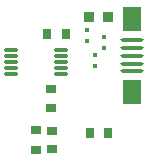
<source format=gbr>
%TF.GenerationSoftware,Altium Limited,Altium Designer,20.1.8 (145)*%
G04 Layer_Color=15254943*
%FSLAX45Y45*%
%MOMM*%
%TF.SameCoordinates,69C50D53-9BFA-4F85-B750-FB8D41B2BBF4*%
%TF.FilePolarity,Positive*%
%TF.FileFunction,Paste,Bot*%
%TF.Part,Single*%
G01*
G75*
%TA.AperFunction,SMDPad,CuDef*%
G04:AMPARAMS|DCode=16|XSize=0.35mm|YSize=2mm|CornerRadius=0.175mm|HoleSize=0mm|Usage=FLASHONLY|Rotation=270.000|XOffset=0mm|YOffset=0mm|HoleType=Round|Shape=RoundedRectangle|*
%AMROUNDEDRECTD16*
21,1,0.35000,1.65000,0,0,270.0*
21,1,0.00000,2.00000,0,0,270.0*
1,1,0.35000,-0.82500,0.00000*
1,1,0.35000,-0.82500,0.00000*
1,1,0.35000,0.82500,0.00000*
1,1,0.35000,0.82500,0.00000*
%
%ADD16ROUNDEDRECTD16*%
G04:AMPARAMS|DCode=17|XSize=2.1mm|YSize=1.6mm|CornerRadius=0.008mm|HoleSize=0mm|Usage=FLASHONLY|Rotation=270.000|XOffset=0mm|YOffset=0mm|HoleType=Round|Shape=RoundedRectangle|*
%AMROUNDEDRECTD17*
21,1,2.10000,1.58400,0,0,270.0*
21,1,2.08400,1.60000,0,0,270.0*
1,1,0.01600,-0.79200,-1.04200*
1,1,0.01600,-0.79200,1.04200*
1,1,0.01600,0.79200,1.04200*
1,1,0.01600,0.79200,-1.04200*
%
%ADD17ROUNDEDRECTD17*%
G04:AMPARAMS|DCode=18|XSize=0.3mm|YSize=0.4mm|CornerRadius=0.0015mm|HoleSize=0mm|Usage=FLASHONLY|Rotation=180.000|XOffset=0mm|YOffset=0mm|HoleType=Round|Shape=RoundedRectangle|*
%AMROUNDEDRECTD18*
21,1,0.30000,0.39700,0,0,180.0*
21,1,0.29700,0.40000,0,0,180.0*
1,1,0.00300,-0.14850,0.19850*
1,1,0.00300,0.14850,0.19850*
1,1,0.00300,0.14850,-0.19850*
1,1,0.00300,-0.14850,-0.19850*
%
%ADD18ROUNDEDRECTD18*%
G04:AMPARAMS|DCode=19|XSize=0.8mm|YSize=0.7mm|CornerRadius=0.0035mm|HoleSize=0mm|Usage=FLASHONLY|Rotation=0.000|XOffset=0mm|YOffset=0mm|HoleType=Round|Shape=RoundedRectangle|*
%AMROUNDEDRECTD19*
21,1,0.80000,0.69300,0,0,0.0*
21,1,0.79300,0.70000,0,0,0.0*
1,1,0.00700,0.39650,-0.34650*
1,1,0.00700,-0.39650,-0.34650*
1,1,0.00700,-0.39650,0.34650*
1,1,0.00700,0.39650,0.34650*
%
%ADD19ROUNDEDRECTD19*%
G04:AMPARAMS|DCode=20|XSize=0.85mm|YSize=0.75mm|CornerRadius=0.00375mm|HoleSize=0mm|Usage=FLASHONLY|Rotation=0.000|XOffset=0mm|YOffset=0mm|HoleType=Round|Shape=RoundedRectangle|*
%AMROUNDEDRECTD20*
21,1,0.85000,0.74250,0,0,0.0*
21,1,0.84250,0.75000,0,0,0.0*
1,1,0.00750,0.42125,-0.37125*
1,1,0.00750,-0.42125,-0.37125*
1,1,0.00750,-0.42125,0.37125*
1,1,0.00750,0.42125,0.37125*
%
%ADD20ROUNDEDRECTD20*%
G04:AMPARAMS|DCode=21|XSize=0.8mm|YSize=0.8mm|CornerRadius=0.004mm|HoleSize=0mm|Usage=FLASHONLY|Rotation=180.000|XOffset=0mm|YOffset=0mm|HoleType=Round|Shape=RoundedRectangle|*
%AMROUNDEDRECTD21*
21,1,0.80000,0.79200,0,0,180.0*
21,1,0.79200,0.80000,0,0,180.0*
1,1,0.00800,-0.39600,0.39600*
1,1,0.00800,0.39600,0.39600*
1,1,0.00800,0.39600,-0.39600*
1,1,0.00800,-0.39600,-0.39600*
%
%ADD21ROUNDEDRECTD21*%
%ADD22O,1.25000X0.30000*%
G04:AMPARAMS|DCode=23|XSize=0.85mm|YSize=0.75mm|CornerRadius=0.00375mm|HoleSize=0mm|Usage=FLASHONLY|Rotation=90.000|XOffset=0mm|YOffset=0mm|HoleType=Round|Shape=RoundedRectangle|*
%AMROUNDEDRECTD23*
21,1,0.85000,0.74250,0,0,90.0*
21,1,0.84250,0.75000,0,0,90.0*
1,1,0.00750,0.37125,0.42125*
1,1,0.00750,0.37125,-0.42125*
1,1,0.00750,-0.37125,-0.42125*
1,1,0.00750,-0.37125,0.42125*
%
%ADD23ROUNDEDRECTD23*%
G04:AMPARAMS|DCode=24|XSize=0.8mm|YSize=0.7mm|CornerRadius=0.0035mm|HoleSize=0mm|Usage=FLASHONLY|Rotation=90.000|XOffset=0mm|YOffset=0mm|HoleType=Round|Shape=RoundedRectangle|*
%AMROUNDEDRECTD24*
21,1,0.80000,0.69300,0,0,90.0*
21,1,0.79300,0.70000,0,0,90.0*
1,1,0.00700,0.34650,0.39650*
1,1,0.00700,0.34650,-0.39650*
1,1,0.00700,-0.34650,-0.39650*
1,1,0.00700,-0.34650,0.39650*
%
%ADD24ROUNDEDRECTD24*%
D16*
X1485512Y1197022D02*
D03*
Y1262022D02*
D03*
Y1132022D02*
D03*
Y1067022D02*
D03*
Y1002022D02*
D03*
D17*
X1493012Y1442022D02*
D03*
Y822022D02*
D03*
D18*
X1108476Y1354075D02*
D03*
Y1259075D02*
D03*
X1249049Y1292023D02*
D03*
Y1197022D02*
D03*
X1172849Y1141674D02*
D03*
Y1046674D02*
D03*
D19*
X677748Y335279D02*
D03*
Y500279D02*
D03*
X813563Y492780D02*
D03*
Y342779D02*
D03*
D20*
X805451Y847140D02*
D03*
Y692140D02*
D03*
D21*
X1129104Y1460113D02*
D03*
X1289104D02*
D03*
D22*
X464541Y981824D02*
D03*
Y1031824D02*
D03*
X464542Y1081824D02*
D03*
Y1131824D02*
D03*
X464541Y1181824D02*
D03*
X889541Y981824D02*
D03*
Y1031824D02*
D03*
X889541Y1081824D02*
D03*
Y1131824D02*
D03*
X889541Y1181824D02*
D03*
D23*
X773155Y1318260D02*
D03*
X928155D02*
D03*
D24*
X1132935Y477312D02*
D03*
X1282935D02*
D03*
%TF.MD5,9915c7b9bf23df01dc08ca0be57484a8*%
M02*

</source>
